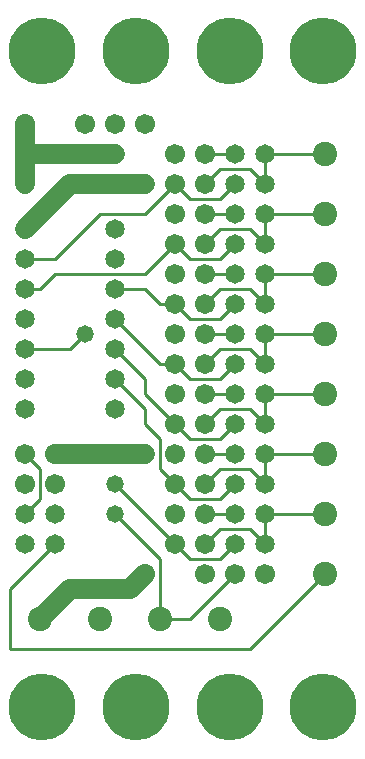
<source format=gbl>
%MOIN*%
%FSLAX25Y25*%
G04 D10 used for Character Trace; *
G04     Circle (OD=.01000) (No hole)*
G04 D11 used for Power Trace; *
G04     Circle (OD=.06700) (No hole)*
G04 D12 used for Signal Trace; *
G04     Circle (OD=.01100) (No hole)*
G04 D13 used for Via; *
G04     Circle (OD=.05800) (Round. Hole ID=.02800)*
G04 D14 used for Component hole; *
G04     Circle (OD=.06500) (Round. Hole ID=.03500)*
G04 D15 used for Component hole; *
G04     Circle (OD=.06700) (Round. Hole ID=.04300)*
G04 D16 used for Component hole; *
G04     Circle (OD=.08100) (Round. Hole ID=.05100)*
G04 D17 used for Component hole; *
G04     Circle (OD=.08900) (Round. Hole ID=.05900)*
G04 D18 used for Component hole; *
G04     Circle (OD=.11300) (Round. Hole ID=.08300)*
G04 D19 used for Component hole; *
G04     Circle (OD=.16000) (Round. Hole ID=.13000)*
G04 D20 used for Component hole; *
G04     Circle (OD=.18300) (Round. Hole ID=.15300)*
G04 D21 used for Component hole; *
G04     Circle (OD=.22291) (Round. Hole ID=.19291)*
%ADD10C,.01000*%
%ADD11C,.06700*%
%ADD12C,.01100*%
%ADD13C,.05800*%
%ADD14C,.06500*%
%ADD15C,.06700*%
%ADD16C,.08100*%
%ADD17C,.08900*%
%ADD18C,.11300*%
%ADD19C,.16000*%
%ADD20C,.18300*%
%ADD21C,.22291*%
%IPPOS*%
%LPD*%
G90*X0Y0D02*D21*X15625Y15625D03*D12*              
X5000Y35000D02*X85000D01*X110000Y60000D01*D16*D03*
D14*X90000Y80000D03*D12*Y70000D01*D14*D03*D12*    
X85000Y75000D01*X75000D01*X70000Y70000D01*D15*D03*
D12*X65000Y65000D02*X75000D01*X65000D02*          
X60000Y70000D01*D15*D03*D12*X40000Y90000D01*D13*  
D03*X50000Y100000D03*D11*X20000D01*D15*D03*D12*   
X15000Y85000D02*Y95000D01*X10000Y80000D02*        
X15000Y85000D01*D14*X10000Y80000D03*              
X20000Y70000D03*D12*X5000Y55000D01*Y35000D01*D16* 
X15000Y45000D03*D11*X25000Y55000D01*X30000D01*D13*
D03*D11*X45000D01*X50000Y60000D01*D15*D03*D12*    
X55000Y45000D02*Y65000D01*D16*Y45000D03*D12*      
X65000D01*X80000Y60000D01*D15*D03*D12*            
X75000Y65000D02*X80000Y70000D01*D14*D03*D15*      
X90000Y60000D03*D12*Y80000D02*X110000D01*D16*D03* 
D14*X90000Y100000D03*D12*Y90000D01*D14*D03*D12*   
X85000Y95000D01*X75000D01*X70000Y90000D01*D15*D03*
D12*X65000Y85000D02*X75000D01*X65000D02*          
X60000Y90000D01*D15*D03*D12*X55000Y95000D01*      
Y105000D01*X50000Y110000D01*Y115000D01*           
X40000Y125000D01*D14*D03*D12*X60000Y110000D02*    
X50000Y120000D01*D15*X60000Y110000D03*D12*        
X65000Y105000D01*X75000D01*X80000Y110000D01*D14*  
D03*D12*X90000D02*X85000Y115000D01*D14*           
X90000Y110000D03*D12*Y120000D01*D14*D03*D12*      
X110000D01*D16*D03*D14*X90000Y140000D03*D12*      
Y130000D01*D14*D03*D12*X85000Y135000D01*X75000D01*
X70000Y130000D01*D15*D03*D12*X65000Y125000D02*    
X75000D01*X65000D02*X60000Y130000D01*D15*D03*D12* 
X55000D01*X40000Y145000D01*D14*D03*D12*           
X55000Y150000D02*X50000Y155000D01*                
X55000Y150000D02*X60000D01*D15*D03*D12*           
X65000Y145000D01*X75000D01*X80000Y150000D01*D14*  
D03*D12*X90000D02*X85000Y155000D01*D14*           
X90000Y150000D03*D12*Y160000D01*D14*D03*D12*      
X110000D01*D16*D03*D14*X90000Y180000D03*D12*      
Y170000D01*D14*D03*D12*X85000Y175000D01*X75000D01*
X70000Y170000D01*D15*D03*D12*X65000Y165000D02*    
X75000D01*X65000D02*X60000Y170000D01*D15*D03*D12* 
X50000Y160000D01*X20000D01*X15000Y155000D01*      
X10000D01*D14*D03*D12*Y165000D02*X20000D01*D14*   
X10000D03*D12*X20000D02*X35000Y180000D01*         
X50000D01*X60000Y190000D01*D15*D03*D12*           
X65000Y185000D01*X75000D01*X80000Y190000D01*D14*  
D03*D12*X90000D02*X85000Y195000D01*D14*           
X90000Y190000D03*D12*Y200000D01*D14*D03*D12*      
X110000D01*D16*D03*D12*X90000Y180000D02*          
X110000D01*D16*D03*D12*X75000Y155000D02*X85000D01*
X70000Y150000D02*X75000Y155000D01*D15*            
X70000Y150000D03*D14*X80000Y140000D03*D12*        
X70000D01*D15*D03*D14*X80000Y130000D03*D12*       
X75000Y125000D01*D14*X80000Y120000D03*D12*        
X70000D01*D15*D03*D12*Y110000D02*X75000Y115000D01*
D15*X70000Y110000D03*D12*X75000Y115000D02*        
X85000D01*D15*X70000Y100000D03*D12*X80000D01*D14* 
D03*D12*X90000D02*X110000D01*D16*D03*D14*         
X80000Y90000D03*D12*X75000Y85000D01*D14*          
X80000Y80000D03*D12*X70000D01*D15*D03*X60000D03*  
D12*X55000Y65000D02*X40000Y80000D01*D13*D03*D15*  
X60000Y100000D03*X20000Y90000D03*D14*Y80000D03*   
D12*X15000Y95000D02*X10000Y100000D01*D15*D03*     
Y90000D03*D14*Y115000D03*Y125000D03*Y70000D03*    
X40000Y115000D03*Y135000D03*D12*X50000Y125000D01* 
Y120000D01*D15*X60000D03*D13*X30000Y140000D03*D12*
X25000Y135000D01*X10000D01*D14*D03*Y145000D03*    
X40000Y165000D03*Y155000D03*D12*X50000D01*D15*    
X60000Y160000D03*Y140000D03*X70000Y160000D03*D12* 
X80000D01*D14*D03*D12*X75000Y165000D02*           
X80000Y170000D01*D14*D03*D15*X70000Y180000D03*D12*
X80000D01*D14*D03*D15*X70000Y190000D03*D12*       
X75000Y195000D01*X85000D01*D14*X80000Y200000D03*  
D12*X70000D01*D15*D03*X60000D03*X50000Y210000D03* 
X60000Y180000D03*D13*X50000Y190000D03*D11*        
X30000D01*D14*D03*D11*X25000D01*X10000Y175000D01* 
D14*D03*Y190000D03*D11*Y200000D01*X40000D01*D13*  
D03*D15*X30000Y210000D03*X40000D03*D14*Y175000D03*
D15*X10000Y210000D03*D11*Y200000D01*D21*          
X46875Y234375D03*X15625D03*X78125D03*D12*         
X90000Y140000D02*X110000D01*D16*D03*D15*          
X70000Y60000D03*D16*X35000Y45000D03*X75000D03*D21*
X109375Y234375D03*X46875Y15625D03*X78125D03*      
X109375D03*M02*                                   

</source>
